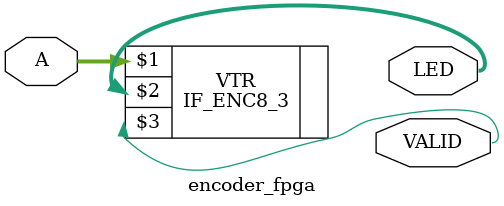
<source format=v>
`timescale 1ns / 1ps


module encoder_fpga (input [7:0] A, output [2:0] LED, output VALID);

   IF_ENC8_3 VTR (A, LED, VALID);

endmodule

</source>
